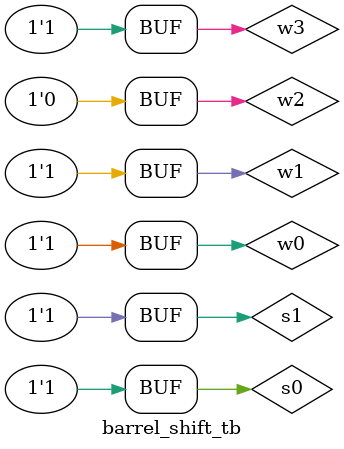
<source format=v>

module mux4x1(a, b, c, d, s0, s1 ,out);
    output out;
    input a, b, c, d, s0, s1;
    wire s0bar, s1bar, T1, T2, T3;
    assign s1bar= ~s1;
    assign s0bar= ~s0;
    
    and(T1, a, s0bar, s1bar);
    and(T2, b, s0, s1bar);
    and(T3, c, s0bar, s1);
    and(T4, d, s0, s1);
    or(out, T1, T2, T3, T4);
endmodule

module barrel_shift(w0,w1,w2,w3,s0,s1,y0,y1,y2,y3);
    input w0,w1,w2,w3,s0,s1;
    output y0,y1,y2,y3;

   mux4x1 a(w0,w1,w2,w3,s0,s1,y0);
   mux4x1 b(w1,w2,w3,w0,s0,s1,y1);
   mux4x1 c(w2,w3,w0,w1,s0,s1,y2);
   mux4x1 d(w3,w0,w1,w2,s0,s1,y3);
   
endmodule

module barrel_shift_tb();
    reg w0,w1,w2,w3,s0,s1;
    wire y0,y1,y2,y3;

    barrel_shift c(w0,w1,w2,w3,s0,s1,y0,y1,y2,y3);

    initial begin
	    #0   w0=1;w1=1;w2=0;w3=1;s0=0;s1=0;
        #10  w0=1;w1=1;w2=0;w3=1;s0=1;s1=0;
        #20  w0=1;w1=1;w2=0;w3=1;s0=0;s1=1;
        #30  w0=1;w1=1;w2=0;w3=1;s0=1;s1=1;
    end
	
	initial 
	begin
        $display("Input--->Output for S1S0");
        $monitor("%b%b%b%b--->%b%b%b%b for %b%b ",w3,w2,w1,w0,y3,y2,y1,y0,s1,s0);
		$dumpfile("barrel_shifter1.vcd");
        $dumpvars(0,barrel_shift_tb);
	end
endmodule
</source>
